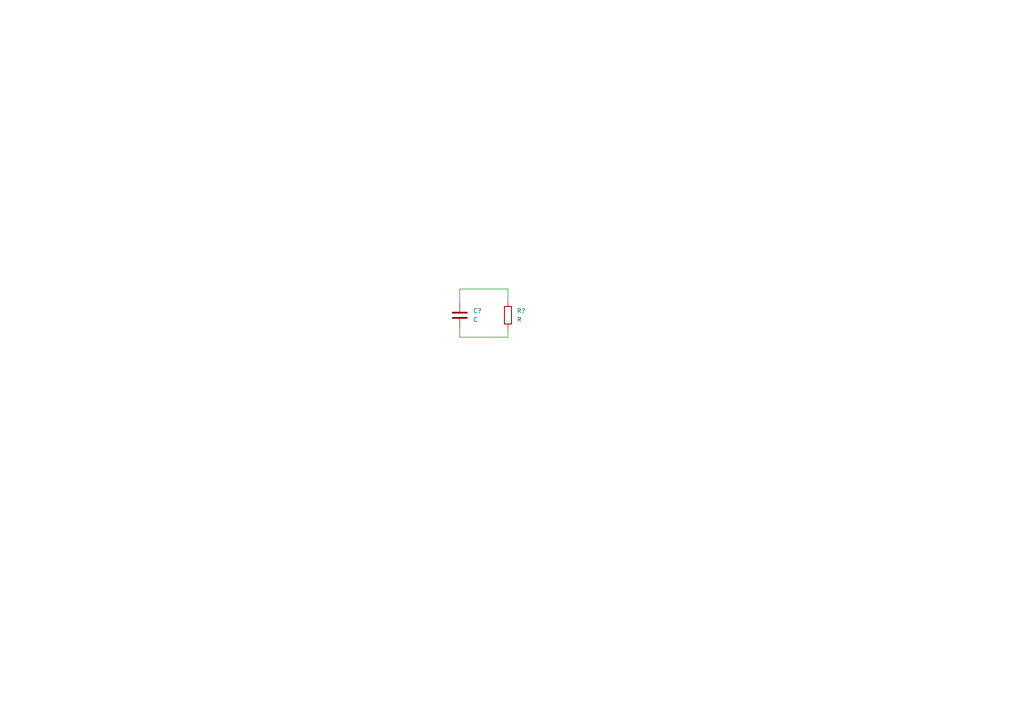
<source format=kicad_sch>
(kicad_sch (version 20231120) (generator "eeschema") (generator_version "8.0")
  (paper "A4")
  (lib_symbols
    (symbol "Device:R" (pin_numbers hide) (pin_names (offset 0))
      (property "Reference" "R" (at 2.032 0 90))
      (property "Value" "R" (at 0 0 90))
      (symbol "R_0_1"
        (rectangle (start -1.016 -2.54) (end 1.016 2.54) (stroke (width 0.254)))
      )
      (symbol "R_1_1"
        (pin passive line (at 0 3.81 270) (length 1.27) (name "~") (number "1"))
        (pin passive line (at 0 -3.81 90) (length 1.27) (name "~") (number "2"))
      )
    )
    (symbol "perl_symbol:C" (pin_numbers hide) (pin_names (offset 0.254))
      (property "Reference" "C70" (at 3.81 1.2701 0))
      (property "Value" "C" (at 3.81 -1.2699 0))
      (symbol "C_0_1"
        (polyline (pts (xy -2.032 -0.762) (xy 2.032 -0.762)) (stroke (width 0.508)))
        (polyline (pts (xy -2.032 0.762) (xy 2.032 0.762)) (stroke (width 0.508)))
      )
      (symbol "C_1_1"
        (pin passive line (at 0 3.81 270) (length 2.794) (name "~") (number "1"))
        (pin passive line (at 0 -3.81 90) (length 2.794) (name "~") (number "2"))
      )
    )
  )
  (wire (pts (xy 133.35 83.82) (xy 133.35 87.63)))
  (wire (pts (xy 133.35 97.79) (xy 133.35 95.25)))
  (wire (pts (xy 147.32 83.82) (xy 147.32 87.63)))
  (wire (pts (xy 133.35 83.82) (xy 147.32 83.82)))
  (wire (pts (xy 147.32 97.79) (xy 147.32 95.25)))
  (wire (pts (xy 133.35 97.79) (xy 147.32 97.79)))
  (symbol (lib_id "perl_symbol:C") (at 133.35 91.44 0) (unit 1)
    (property "Reference" "C?" (at 137.16 90.1699 0) (effects (justify left)))
    (property "Value" "C" (at 137.16 92.7099 0) (effects (justify left)))
    (property "Description" "Unpolarized capacitor" (effects (hide yes)))
  )
  (symbol (lib_id "Device:R") (at 147.32 91.44 0) (unit 1)
    (property "Reference" "R?" (at 149.86 90.1699 0) (effects (justify left)))
    (property "Value" "R" (at 149.86 92.7099 0) (effects (justify left)))
    (property "Description" "Resistor" (effects (hide yes)))
  )
)
</source>
